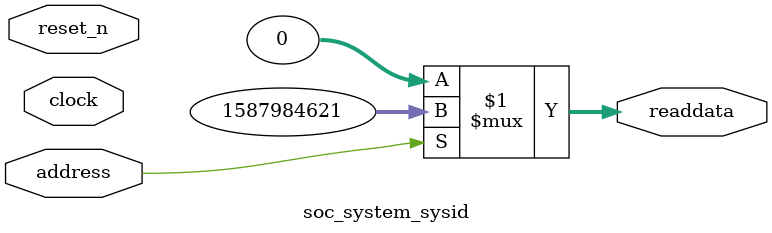
<source format=v>



// synthesis translate_off
`timescale 1ns / 1ps
// synthesis translate_on

// turn off superfluous verilog processor warnings 
// altera message_level Level1 
// altera message_off 10034 10035 10036 10037 10230 10240 10030 

module soc_system_sysid (
               // inputs:
                address,
                clock,
                reset_n,

               // outputs:
                readdata
             )
;

  output  [ 31: 0] readdata;
  input            address;
  input            clock;
  input            reset_n;

  wire    [ 31: 0] readdata;
  //control_slave, which is an e_avalon_slave
  assign readdata = address ? 1587984621 : 0;

endmodule



</source>
